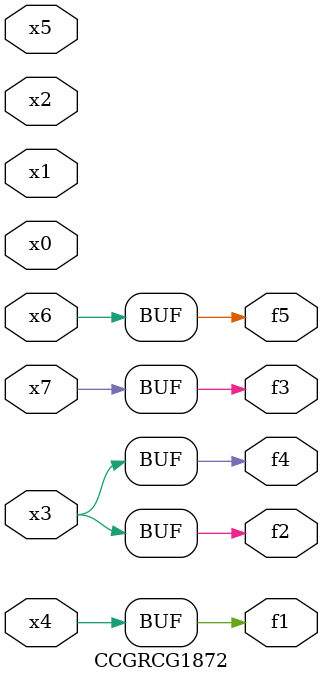
<source format=v>
module CCGRCG1872(
	input x0, x1, x2, x3, x4, x5, x6, x7,
	output f1, f2, f3, f4, f5
);
	assign f1 = x4;
	assign f2 = x3;
	assign f3 = x7;
	assign f4 = x3;
	assign f5 = x6;
endmodule

</source>
